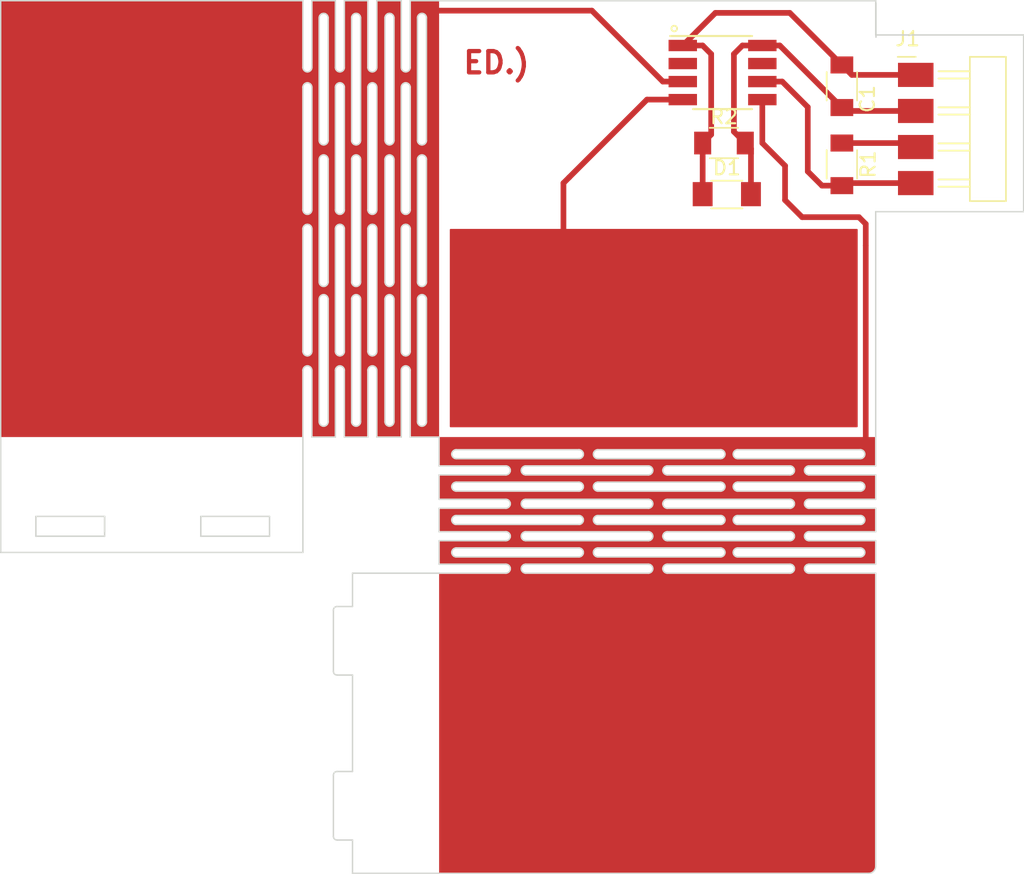
<source format=kicad_pcb>
(kicad_pcb (version 20240108) (generator "pcbnew") (generator_version "8.0")
  (layers (0 "F.Cu" signal) (31 "B.Cu" signal) (34 "B.Paste" user) (35 "F.Paste" user) (36 "B.SilkS" user "B.Silkscreen") (37 "F.SilkS" user "F.Silkscreen") (38 "B.Mask" user) (39 "F.Mask" user) (44 "Edge.Cuts" user))
  (net 0 "")
  (net 1 "VCC")
  (net 2 "GND")
  (net 3 "TX")
  (net 4 "RX")
  (net 5 "CAPY")
  (net 6 "CAPX")
  (net 7 "CAPZ")
  (footprint "fab:R_1206" (layer "F.Cu") (at 128.5 99.18)
    (property "Reference" "R2" (at 0 -1.85 0) (layer "F.SilkS"))
    (property "Value" "R_1206")
    (fp_line (start -1 -1.07) (end 1 -1.07) (stroke (width 0.12)) (layer "F.SilkS"))
    (fp_line (start 1 1.07) (end -1 1.07) (stroke (width 0.12)) (layer "F.SilkS"))
    (pad "1" smd rect (at -1.5 0) (size 1.2 1.6) (layers "F.Cu" "F.Paste" "F.Mask") (net 1 "VCC"))
    (pad "2" smd rect (at 1.5 0) (size 1.2 1.6) (layers "F.Cu" "F.Paste" "F.Mask") (net 2 "GND"))
  )
  (footprint "fab:SOIC-8_3.9x4.9mm_P1.27mm" (layer "F.Cu") (at 128.4 94.215)
    (property "Reference" "U1" (hide yes))
    (property "Value" "Microcontroller_ATtiny412_SSFR" (hide yes))
    (fp_line (start -3.69 -2.575) (end 2.075 -2.575) (stroke (width 0.15)) (layer "F.SilkS"))
    (fp_line (start -2.075 2.575) (end 2.075 2.575) (stroke (width 0.15)) (layer "F.SilkS"))
    (fp_circle (center -3.4 -3.1) (end -3.2 -3.1) (stroke (width 0.12)) (fill none) (layer "F.SilkS"))
    (pad "1" smd rect (at -2.8 -1.905) (size 2 0.8) (layers "F.Cu" "F.Paste" "F.Mask") (net 1 "VCC"))
    (pad "2" smd rect (at -2.8 -0.635) (size 2 0.8) (layers "F.Cu" "F.Paste" "F.Mask"))
    (pad "3" smd rect (at -2.8 0.635) (size 2 0.8) (layers "F.Cu" "F.Paste" "F.Mask") (net 6 "CAPX"))
    (pad "4" smd rect (at -2.8 1.905) (size 2 0.8) (layers "F.Cu" "F.Paste" "F.Mask") (net 5 "CAPY"))
    (pad "5" smd rect (at 2.8 1.905) (size 2 0.8) (layers "F.Cu" "F.Paste" "F.Mask") (net 7 "CAPZ"))
    (pad "6" smd rect (at 2.8 0.635) (size 2 0.8) (layers "F.Cu" "F.Paste" "F.Mask") (net 4 "RX"))
    (pad "7" smd rect (at 2.8 -0.635) (size 2 0.8) (layers "F.Cu" "F.Paste" "F.Mask"))
    (pad "8" smd rect (at 2.8 -1.905) (size 2 0.8) (layers "F.Cu" "F.Paste" "F.Mask") (net 2 "GND"))
  )
  (footprint "fab:PinHeader_01x04_P2.54mm_Horizontal_SMD" (layer "F.Cu") (at 142 94.38)
    (property "Reference" "J1" (at -1.524 -2.54 180) (layer "F.SilkS") (effects (justify left)))
    (property "Value" "PinHeader_01x04_P2.54mm_Horizontal_SMD" (hide yes))
    (fp_line (start -1.27 -1.27) (end 0 -1.27) (stroke (width 0.12)) (layer "F.SilkS"))
    (fp_line (start 3.81 -1.27) (end 6.35 -1.27) (stroke (width 0.12)) (layer "F.SilkS"))
    (fp_line (start 3.81 -0.254) (end 1.6 -0.254) (stroke (width 0.12)) (layer "F.SilkS"))
    (fp_line (start 3.81 0.254) (end 1.6 0.254) (stroke (width 0.12)) (layer "F.SilkS"))
    (fp_line (start 3.81 2.286) (end 1.6 2.286) (stroke (width 0.12)) (layer "F.SilkS"))
    (fp_line (start 3.81 2.794) (end 1.6 2.794) (stroke (width 0.12)) (layer "F.SilkS"))
    (fp_line (start 3.81 4.826) (end 1.6 4.826) (stroke (width 0.12)) (layer "F.SilkS"))
    (fp_line (start 3.81 5.334) (end 1.6 5.334) (stroke (width 0.12)) (layer "F.SilkS"))
    (fp_line (start 3.81 7.366) (end 1.6 7.366) (stroke (width 0.12)) (layer "F.SilkS"))
    (fp_line (start 3.81 7.874) (end 1.6 7.874) (stroke (width 0.12)) (layer "F.SilkS"))
    (fp_line (start 3.81 8.89) (end 3.81 -1.27) (stroke (width 0.12)) (layer "F.SilkS"))
    (fp_line (start 6.35 -1.27) (end 6.35 8.89) (stroke (width 0.12)) (layer "F.SilkS"))
    (fp_line (start 6.35 8.89) (end 3.81 8.89) (stroke (width 0.12)) (layer "F.SilkS"))
    (pad "1" smd rect (at 0 0) (size 2.5 1.7) (layers "F.Cu" "F.Paste" "F.Mask") (net 1 "VCC"))
    (pad "2" smd rect (at 0 2.54) (size 2.5 1.7) (layers "F.Cu" "F.Paste" "F.Mask") (net 2 "GND"))
    (pad "3" smd rect (at 0 5.08) (size 2.5 1.7) (layers "F.Cu" "F.Paste" "F.Mask") (net 3 "TX"))
    (pad "4" smd rect (at 0 7.62) (size 2.5 1.7) (layers "F.Cu" "F.Paste" "F.Mask") (net 4 "RX"))
  )
  (footprint "fab:LED_1206" (layer "F.Cu") (at 128.7 102.78)
    (property "Reference" "D1" (at 0 -1.85 0) (layer "F.SilkS"))
    (property "Value" "LED" (hide yes))
    (fp_line (start -1.1 -0.95) (end 1.1 -0.95) (stroke (width 0.12)) (layer "F.SilkS"))
    (fp_line (start -1.1 1) (end 1.1 1) (stroke (width 0.12)) (layer "F.SilkS"))
    (pad "1" smd rect (at -1.7 0) (size 1.4 1.7) (layers "F.Cu" "F.Paste" "F.Mask") (net 1 "VCC"))
    (pad "2" smd rect (at 1.7 0) (size 1.4 1.7) (layers "F.Cu" "F.Paste" "F.Mask") (net 2 "GND"))
  )
  (footprint "fab:R_1206" (layer "F.Cu") (at 136.8 100.68 -90)
    (property "Reference" "R1" (at 0 -1.85 90) (layer "F.SilkS"))
    (property "Value" "R_1206")
    (fp_line (start 1 1.07) (end -1 1.07) (stroke (width 0.12)) (layer "F.SilkS"))
    (fp_line (start -1 -1.07) (end 1 -1.07) (stroke (width 0.12)) (layer "F.SilkS"))
    (pad "1" smd rect (at -1.5 0 270) (size 1.2 1.6) (layers "F.Cu" "F.Paste" "F.Mask") (net 3 "TX"))
    (pad "2" smd rect (at 1.5 0 270) (size 1.2 1.6) (layers "F.Cu" "F.Paste" "F.Mask") (net 4 "RX"))
  )
  (footprint "fab:C_1206" (layer "F.Cu") (at 136.8 95.18 -90)
    (property "Reference" "C1" (at 0.9 -1.8 90) (layer "F.SilkS"))
    (property "Value" "C_1206")
    (fp_line (start 1 1.07) (end -1 1.07) (stroke (width 0.12)) (layer "F.SilkS"))
    (fp_line (start -1 -1.07) (end 1 -1.07) (stroke (width 0.12)) (layer "F.SilkS"))
    (pad "1" smd rect (at -1.5 0 270) (size 1.2 1.6) (layers "F.Cu" "F.Paste" "F.Mask") (net 1 "VCC"))
    (pad "2" smd rect (at 1.5 0 270) (size 1.2 1.6) (layers "F.Cu" "F.Paste" "F.Mask") (net 2 "GND"))
  )
  (gr_line (start 101.779011 89.154511) (end 103.430011 89.154511) (stroke (width 0.1)) (layer "Edge.Cuts"))
  (gr_arc (start 105.779511 105.220011) (mid 106.097011 104.902511) (end 106.414511 105.220011) (stroke (width 0.1)) (layer "Edge.Cuts"))
  (gr_line (start 119.622511 128.334011) (end 128.258511 128.334011) (stroke (width 0.1)) (layer "Edge.Cuts"))
  (gr_arc (start 109.653011 128.334011) (mid 109.335511 128.016511) (end 109.653011 127.699011) (stroke (width 0.1)) (layer "Edge.Cuts"))
  (gr_line (start 77.585511 89.154511) (end 98.858011 89.154511) (stroke (width 0.1)) (layer "Edge.Cuts"))
  (gr_line (start 101.144011 113.856011) (end 101.144011 105.220011) (stroke (width 0.1)) (layer "Edge.Cuts"))
  (gr_line (start 108.446511 126.556011) (end 113.145511 126.556011) (stroke (width 0.1)) (layer "Edge.Cuts"))
  (gr_line (start 98.858011 119.888511) (end 98.858011 115.189511) (stroke (width 0.1)) (layer "Edge.Cuts"))
  (gr_line (start 101.779011 113.856011) (end 101.779011 105.220011) (stroke (width 0.1)) (layer "Edge.Cuts"))
  (gr_line (start 99.493011 119.888511) (end 101.144011 119.888511) (stroke (width 0.1)) (layer "Edge.Cuts"))
  (gr_line (start 119.622511 126.048011) (end 128.258511 126.048011) (stroke (width 0.1)) (layer "Edge.Cuts"))
  (gr_line (start 139.180511 124.270011) (end 134.481511 124.270011) (stroke (width 0.1)) (layer "Edge.Cuts"))
  (gr_line (start 100.001011 100.330511) (end 100.001011 108.966511) (stroke (width 0.1)) (layer "Edge.Cuts"))
  (gr_arc (start 133.148011 128.842011) (mid 133.465489 129.1595) (end 133.148011 129.477011) (stroke (width 0.1)) (layer "Edge.Cuts"))
  (gr_line (start 101.144011 95.250511) (end 101.144011 103.886511) (stroke (width 0.1)) (layer "Edge.Cuts"))
  (gr_line (start 109.653011 123.063511) (end 118.289011 123.063511) (stroke (width 0.1)) (layer "Edge.Cuts"))
  (gr_line (start 106.414511 95.250511) (end 106.414511 103.886511) (stroke (width 0.1)) (layer "Edge.Cuts"))
  (gr_line (start 108.446511 121.920511) (end 113.145511 121.920511) (stroke (width 0.1)) (layer "Edge.Cuts"))
  (gr_line (start 101.779011 119.888511) (end 103.430011 119.888511) (stroke (width 0.1)) (layer "Edge.Cuts"))
  (gr_arc (start 138.101011 125.413011) (mid 138.418489 125.7305) (end 138.101011 126.048011) (stroke (width 0.1)) (layer "Edge.Cuts"))
  (gr_arc (start 103.430011 115.189511) (mid 103.747511 114.872011) (end 104.065011 115.189511) (stroke (width 0.1)) (layer "Edge.Cuts"))
  (gr_line (start 139.180511 126.556011) (end 134.481511 126.556011) (stroke (width 0.1)) (layer "Edge.Cuts"))
  (gr_line (start 129.465011 128.334011) (end 138.101011 128.334011) (stroke (width 0.1)) (layer "Edge.Cuts"))
  (gr_line (start 119.622511 120.777511) (end 128.258511 120.777511) (stroke (width 0.1)) (layer "Edge.Cuts"))
  (gr_line (start 139.180511 121.920511) (end 134.481511 121.920511) (stroke (width 0.1)) (layer "Edge.Cuts"))
  (gr_arc (start 124.512011 127.191011) (mid 124.194489 126.8735) (end 124.512011 126.556011) (stroke (width 0.1)) (layer "Edge.Cuts"))
  (gr_arc (start 102.287011 110.173011) (mid 102.604511 109.855511) (end 102.922011 110.173011) (stroke (width 0.1)) (layer "Edge.Cuts"))
  (gr_line (start 101.260812 143.447011) (end 102.350511 143.447011) (stroke (width 0.1)) (layer "Edge.Cuts"))
  (gr_line (start 109.653011 121.412511) (end 118.289011 121.412511) (stroke (width 0.1)) (layer "Edge.Cuts"))
  (gr_line (start 98.858011 89.154511) (end 98.858011 93.853511) (stroke (width 0.1)) (layer "Edge.Cuts"))
  (gr_arc (start 134.481511 124.905011) (mid 134.163989 124.5875) (end 134.481511 124.270011) (stroke (width 0.1)) (layer "Edge.Cuts"))
  (gr_arc (start 102.922011 98.997011) (mid 102.604511 99.314511) (end 102.287011 98.997011) (stroke (width 0.1)) (layer "Edge.Cuts"))
  (gr_arc (start 98.858011 95.250511) (mid 99.175511 94.933011) (end 99.493011 95.250511) (stroke (width 0.1)) (layer "Edge.Cuts"))
  (gr_line (start 107.557511 90.361011) (end 107.557511 98.997011) (stroke (width 0.1)) (layer "Edge.Cuts"))
  (gr_line (start 133.148011 122.555511) (end 124.512011 122.555511) (stroke (width 0.1)) (layer "Edge.Cuts"))
  (gr_line (start 119.622511 125.413011) (end 128.258511 125.413011) (stroke (width 0.1)) (layer "Edge.Cuts"))
  (gr_arc (start 114.542511 129.477011) (mid 114.225011 129.159511) (end 114.542511 128.842011) (stroke (width 0.1)) (layer "Edge.Cuts"))
  (gr_line (start 109.653011 126.048011) (end 118.289011 126.048011) (stroke (width 0.1)) (layer "Edge.Cuts"))
  (gr_arc (start 104.636511 110.173011) (mid 104.954011 109.855511) (end 105.271511 110.173011) (stroke (width 0.1)) (layer "Edge.Cuts"))
  (gr_arc (start 101.779011 113.856011) (mid 101.461511 114.173511) (end 101.144011 113.856011) (stroke (width 0.1)) (layer "Edge.Cuts"))
  (gr_arc (start 103.430011 95.250511) (mid 103.747511 94.933011) (end 104.065011 95.250511) (stroke (width 0.1)) (layer "Edge.Cuts"))
  (gr_line (start 104.065011 119.888511) (end 104.065011 115.189511) (stroke (width 0.1)) (layer "Edge.Cuts"))
  (gr_arc (start 105.271511 108.966511) (mid 104.954011 109.284011) (end 104.636511 108.966511) (stroke (width 0.1)) (layer "Edge.Cuts"))
  (gr_line (start 98.858011 113.856011) (end 98.858011 105.220011) (stroke (width 0.1)) (layer "Edge.Cuts"))
  (gr_line (start 106.414511 89.154511) (end 106.414511 93.853511) (stroke (width 0.1)) (layer "Edge.Cuts"))
  (gr_line (start 109.653011 123.698511) (end 118.289011 123.698511) (stroke (width 0.1)) (layer "Edge.Cuts"))
  (gr_line (start 108.446511 127.191011) (end 108.446511 128.842011) (stroke (width 0.1)) (layer "Edge.Cuts"))
  (gr_line (start 139.180511 124.905011) (end 134.481511 124.905011) (stroke (width 0.1)) (layer "Edge.Cuts"))
  (gr_arc (start 113.145511 124.270011) (mid 113.463011 124.587511) (end 113.145511 124.905011) (stroke (width 0.1)) (layer "Edge.Cuts"))
  (gr_line (start 129.465011 126.048011) (end 138.101011 126.048011) (stroke (width 0.1)) (layer "Edge.Cuts"))
  (gr_line (start 105.271511 90.361011) (end 105.271511 98.997011) (stroke (width 0.1)) (layer "Edge.Cuts"))
  (gr_arc (start 98.858011 105.220011) (mid 99.175511 104.902511) (end 99.493011 105.220011) (stroke (width 0.1)) (layer "Edge.Cuts"))
  (gr_arc (start 139.180511 150.114511) (mid 139.031718 150.473718) (end 138.672511 150.622511) (stroke (width 0.1)) (layer "Edge.Cuts"))
  (gr_line (start 99.493011 89.154511) (end 99.493011 93.853511) (stroke (width 0.1)) (layer "Edge.Cuts"))
  (gr_arc (start 98.858011 115.189511) (mid 99.175511 114.872011) (end 99.493011 115.189511) (stroke (width 0.1)) (layer "Edge.Cuts"))
  (gr_arc (start 123.178511 124.270011) (mid 123.495989 124.5875) (end 123.178511 124.905011) (stroke (width 0.1)) (layer "Edge.Cuts"))
  (gr_line (start 103.430011 95.250511) (end 103.430011 103.886511) (stroke (width 0.1)) (layer "Edge.Cuts"))
  (gr_arc (start 118.289011 125.413011) (mid 118.606509 125.73051) (end 118.289011 126.048011) (stroke (width 0.1)) (layer "Edge.Cuts"))
  (gr_line (start 114.542511 127.191011) (end 123.178511 127.191011) (stroke (width 0.1)) (layer "Edge.Cuts"))
  (gr_line (start 106.414511 119.888511) (end 106.414511 115.189511) (stroke (width 0.1)) (layer "Edge.Cuts"))
  (gr_arc (start 133.148011 121.920511) (mid 133.465489 122.238) (end 133.148011 122.555511) (stroke (width 0.1)) (layer "Edge.Cuts"))
  (gr_arc (start 105.779511 95.250511) (mid 106.097011 94.933011) (end 106.414511 95.250511) (stroke (width 0.1)) (layer "Edge.Cuts"))
  (gr_line (start 96.508511 126.873511) (end 91.672312 126.873511) (stroke (width 0.1)) (layer "Edge.Cuts"))
  (gr_line (start 119.622511 121.412511) (end 128.258511 121.412511) (stroke (width 0.1)) (layer "Edge.Cuts"))
  (gr_line (start 103.430011 119.888511) (end 103.430011 115.189511) (stroke (width 0.1)) (layer "Edge.Cuts"))
  (gr_line (start 104.065011 119.888511) (end 105.779511 119.888511) (stroke (width 0.1)) (layer "Edge.Cuts"))
  (gr_line (start 105.271511 110.173011) (end 105.271511 118.809011) (stroke (width 0.1)) (layer "Edge.Cuts"))
  (gr_arc (start 105.271511 98.997011) (mid 104.954011 99.314511) (end 104.636511 98.997011) (stroke (width 0.1)) (layer "Edge.Cuts"))
  (gr_line (start 106.414511 89.154511) (end 108.446511 89.154511) (stroke (width 0.1)) (layer "Edge.Cuts"))
  (gr_line (start 77.585511 89.154511) (end 77.585511 128.016511) (stroke (width 0.1)) (layer "Edge.Cuts"))
  (gr_line (start 139.180511 128.842011) (end 134.481511 128.842011) (stroke (width 0.1)) (layer "Edge.Cuts"))
  (gr_line (start 106.922511 90.361011) (end 106.922511 98.997011) (stroke (width 0.1)) (layer "Edge.Cuts"))
  (gr_arc (start 113.145511 126.556011) (mid 113.463011 126.873511) (end 113.145511 127.191011) (stroke (width 0.1)) (layer "Edge.Cuts"))
  (gr_line (start 84.89821 126.873511) (end 84.89821 125.476511) (stroke (width 0.1)) (layer "Edge.Cuts"))
  (gr_line (start 106.922511 100.330511) (end 106.922511 108.966511) (stroke (width 0.1)) (layer "Edge.Cuts"))
  (gr_line (start 104.065011 113.856011) (end 104.065011 105.220011) (stroke (width 0.1)) (layer "Edge.Cuts"))
  (gr_line (start 108.446511 127.191011) (end 113.145511 127.191011) (stroke (width 0.1)) (layer "Edge.Cuts"))
  (gr_line (start 149.594511 104.013511) (end 139.180511 104.013511) (stroke (width 0.1)) (layer "Edge.Cuts"))
  (gr_arc (start 99.493011 103.886511) (mid 99.175511 104.204011) (end 98.858011 103.886511) (stroke (width 0.1)) (layer "Edge.Cuts"))
  (gr_line (start 104.065011 95.250511) (end 104.065011 103.886511) (stroke (width 0.1)) (layer "Edge.Cuts"))
  (gr_line (start 129.465011 121.412511) (end 138.101011 121.412511) (stroke (width 0.1)) (layer "Edge.Cuts"))
  (gr_line (start 102.350511 143.447011) (end 102.350511 136.652511) (stroke (width 0.1)) (layer "Edge.Cuts"))
  (gr_arc (start 101.144011 105.220011) (mid 101.461511 104.902511) (end 101.779011 105.220011) (stroke (width 0.1)) (layer "Edge.Cuts"))
  (gr_arc (start 106.414511 103.886511) (mid 106.097011 104.204011) (end 105.779511 103.886511) (stroke (width 0.1)) (layer "Edge.Cuts"))
  (gr_line (start 102.350511 129.477011) (end 102.350511 131.826511) (stroke (width 0.1)) (layer "Edge.Cuts"))
  (gr_arc (start 133.148011 124.270011) (mid 133.465489 124.5875) (end 133.148011 124.905011) (stroke (width 0.1)) (layer "Edge.Cuts"))
  (gr_arc (start 106.414511 113.856011) (mid 106.097011 114.173511) (end 105.779511 113.856011) (stroke (width 0.1)) (layer "Edge.Cuts"))
  (gr_line (start 103.430011 89.154511) (end 103.430011 93.853511) (stroke (width 0.1)) (layer "Edge.Cuts"))
  (gr_arc (start 103.430011 105.220011) (mid 103.747511 104.902511) (end 104.065011 105.220011) (stroke (width 0.1)) (layer "Edge.Cuts"))
  (gr_line (start 105.779511 119.888511) (end 105.779511 115.189511) (stroke (width 0.1)) (layer "Edge.Cuts"))
  (gr_arc (start 101.006812 132.080511) (mid 101.080526 131.900225) (end 101.260812 131.826511) (stroke (width 0.1)) (layer "Edge.Cuts"))
  (gr_line (start 114.542511 121.920511) (end 123.178511 121.920511) (stroke (width 0.1)) (layer "Edge.Cuts"))
  (gr_line (start 100.001011 90.361011) (end 100.001011 98.997011) (stroke (width 0.1)) (layer "Edge.Cuts"))
  (gr_arc (start 106.922511 100.330511) (mid 107.240011 100.013011) (end 107.557511 100.330511) (stroke (width 0.1)) (layer "Edge.Cuts"))
  (gr_line (start 133.148011 129.477011) (end 124.512011 129.477011) (stroke (width 0.1)) (layer "Edge.Cuts"))
  (gr_arc (start 119.622511 121.412511) (mid 119.305009 121.09501) (end 119.622511 120.777511) (stroke (width 0.1)) (layer "Edge.Cuts"))
  (gr_line (start 133.148011 126.556011) (end 124.512011 126.556011) (stroke (width 0.1)) (layer "Edge.Cuts"))
  (gr_line (start 139.180511 127.191011) (end 134.481511 127.191011) (stroke (width 0.1)) (layer "Edge.Cuts"))
  (gr_line (start 108.446511 122.555511) (end 108.446511 124.270011) (stroke (width 0.1)) (layer "Edge.Cuts"))
  (gr_line (start 100.636011 110.173011) (end 100.636011 118.809011) (stroke (width 0.1)) (layer "Edge.Cuts"))
  (gr_line (start 139.180511 127.191011) (end 139.180511 128.842011) (stroke (width 0.1)) (layer "Edge.Cuts"))
  (gr_arc (start 113.145511 121.920511) (mid 113.463011 122.238011) (end 113.145511 122.555511) (stroke (width 0.1)) (layer "Edge.Cuts"))
  (gr_line (start 100.001011 110.173011) (end 100.001011 118.809011) (stroke (width 0.1)) (layer "Edge.Cuts"))
  (gr_arc (start 101.260812 136.652511) (mid 101.080525 136.578798) (end 101.006812 136.398511) (stroke (width 0.1)) (layer "Edge.Cuts"))
  (gr_line (start 139.180511 89.154511) (end 108.446511 89.154511) (stroke (width 0.1)) (layer "Edge.Cuts"))
  (gr_arc (start 109.653011 126.048011) (mid 109.335511 125.730511) (end 109.653011 125.413011) (stroke (width 0.1)) (layer "Edge.Cuts"))
  (gr_arc (start 129.465011 121.412511) (mid 129.147489 121.095) (end 129.465011 120.777511) (stroke (width 0.1)) (layer "Edge.Cuts"))
  (gr_line (start 80.062011 126.873511) (end 80.062011 125.476511) (stroke (width 0.1)) (layer "Edge.Cuts"))
  (gr_arc (start 118.289011 120.777511) (mid 118.606509 121.09501) (end 118.289011 121.412511) (stroke (width 0.1)) (layer "Edge.Cuts"))
  (gr_arc (start 104.065011 113.856011) (mid 103.747511 114.173511) (end 103.430011 113.856011) (stroke (width 0.1)) (layer "Edge.Cuts"))
  (gr_line (start 99.493011 119.888511) (end 99.493011 115.189511) (stroke (width 0.1)) (layer "Edge.Cuts"))
  (gr_line (start 119.622511 123.063511) (end 128.258511 123.063511) (stroke (width 0.1)) (layer "Edge.Cuts"))
  (gr_arc (start 114.542511 122.555511) (mid 114.225011 122.238011) (end 114.542511 121.920511) (stroke (width 0.1)) (layer "Edge.Cuts"))
  (gr_line (start 105.271511 100.330511) (end 105.271511 108.966511) (stroke (width 0.1)) (layer "Edge.Cuts"))
  (gr_arc (start 138.101011 120.777511) (mid 138.418489 121.095) (end 138.101011 121.412511) (stroke (width 0.1)) (layer "Edge.Cuts"))
  (gr_arc (start 133.148011 126.556011) (mid 133.465489 126.8735) (end 133.148011 127.191011) (stroke (width 0.1)) (layer "Edge.Cuts"))
  (gr_arc (start 104.065011 93.853511) (mid 103.747511 94.171011) (end 103.430011 93.853511) (stroke (width 0.1)) (layer "Edge.Cuts"))
  (gr_arc (start 128.258511 127.699011) (mid 128.575989 128.0165) (end 128.258511 128.334011) (stroke (width 0.1)) (layer "Edge.Cuts"))
  (gr_line (start 102.350511 150.622511) (end 138.672511 150.622511) (stroke (width 0.1)) (layer "Edge.Cuts"))
  (gr_line (start 105.779511 95.250511) (end 105.779511 103.886511) (stroke (width 0.1)) (layer "Edge.Cuts"))
  (gr_line (start 114.542511 124.905011) (end 123.178511 124.905011) (stroke (width 0.1)) (layer "Edge.Cuts"))
  (gr_line (start 108.446511 124.905011) (end 108.446511 126.556011) (stroke (width 0.1)) (layer "Edge.Cuts"))
  (gr_line (start 109.653011 127.699011) (end 118.289011 127.699011) (stroke (width 0.1)) (layer "Edge.Cuts"))
  (gr_line (start 139.180511 91.567511) (end 139.180511 89.154511) (stroke (width 0.1)) (layer "Edge.Cuts"))
  (gr_line (start 108.446511 119.888511) (end 108.446511 121.920511) (stroke (width 0.1)) (layer "Edge.Cuts"))
  (gr_arc (start 128.258511 123.063511) (mid 128.575989 123.381) (end 128.258511 123.698511) (stroke (width 0.1)) (layer "Edge.Cuts"))
  (gr_arc (start 119.622511 123.698511) (mid 119.305009 123.38101) (end 119.622511 123.063511) (stroke (width 0.1)) (layer "Edge.Cuts"))
  (gr_line (start 102.350511 148.273011) (end 102.350511 150.622511) (stroke (width 0.1)) (layer "Edge.Cuts"))
  (gr_line (start 133.148011 124.270011) (end 124.512011 124.270011) (stroke (width 0.1)) (layer "Edge.Cuts"))
  (gr_line (start 129.465011 125.413011) (end 138.101011 125.413011) (stroke (width 0.1)) (layer "Edge.Cuts"))
  (gr_line (start 139.180511 122.555511) (end 134.481511 122.555511) (stroke (width 0.1)) (layer "Edge.Cuts"))
  (gr_line (start 139.180511 124.905011) (end 139.180511 126.556011) (stroke (width 0.1)) (layer "Edge.Cuts"))
  (gr_arc (start 100.636011 98.997011) (mid 100.318511 99.314511) (end 100.001011 98.997011) (stroke (width 0.1)) (layer "Edge.Cuts"))
  (gr_line (start 139.180511 129.477011) (end 134.481511 129.477011) (stroke (width 0.1)) (layer "Edge.Cuts"))
  (gr_line (start 107.557511 100.330511) (end 107.557511 108.966511) (stroke (width 0.1)) (layer "Edge.Cuts"))
  (gr_line (start 102.287011 90.361011) (end 102.287011 98.997011) (stroke (width 0.1)) (layer "Edge.Cuts"))
  (gr_arc (start 119.622511 126.048011) (mid 119.305009 125.73051) (end 119.622511 125.413011) (stroke (width 0.1)) (layer "Edge.Cuts"))
  (gr_line (start 119.622511 123.698511) (end 128.258511 123.698511) (stroke (width 0.1)) (layer "Edge.Cuts"))
  (gr_line (start 104.636511 110.173011) (end 104.636511 118.809011) (stroke (width 0.1)) (layer "Edge.Cuts"))
  (gr_arc (start 100.001011 90.361011) (mid 100.318511 90.043511) (end 100.636011 90.361011) (stroke (width 0.1)) (layer "Edge.Cuts"))
  (gr_arc (start 101.144011 115.189511) (mid 101.461511 114.872011) (end 101.779011 115.189511) (stroke (width 0.1)) (layer "Edge.Cuts"))
  (gr_line (start 98.858011 119.888511) (end 98.858011 128.016511) (stroke (width 0.1)) (layer "Edge.Cuts"))
  (gr_line (start 101.006812 136.398511) (end 101.006812 132.080511) (stroke (width 0.1)) (layer "Edge.Cuts"))
  (gr_arc (start 123.178511 121.920511) (mid 123.495989 122.238) (end 123.178511 122.555511) (stroke (width 0.1)) (layer "Edge.Cuts"))
  (gr_arc (start 134.481511 129.477011) (mid 134.163989 129.1595) (end 134.481511 128.842011) (stroke (width 0.1)) (layer "Edge.Cuts"))
  (gr_arc (start 102.922011 118.809011) (mid 102.604511 119.126511) (end 102.287011 118.809011) (stroke (width 0.1)) (layer "Edge.Cuts"))
  (gr_line (start 101.260812 131.826511) (end 102.350511 131.826511) (stroke (width 0.1)) (layer "Edge.Cuts"))
  (gr_line (start 102.922011 90.361011) (end 102.922011 98.997011) (stroke (width 0.1)) (layer "Edge.Cuts"))
  (gr_arc (start 118.289011 127.699011) (mid 118.606509 128.01651) (end 118.289011 128.334011) (stroke (width 0.1)) (layer "Edge.Cuts"))
  (gr_arc (start 101.779011 93.853511) (mid 101.461511 94.171011) (end 101.144011 93.853511) (stroke (width 0.1)) (layer "Edge.Cuts"))
  (gr_line (start 102.922011 100.330511) (end 102.922011 108.966511) (stroke (width 0.1)) (layer "Edge.Cuts"))
  (gr_line (start 106.414511 119.888511) (end 108.446511 119.888511) (stroke (width 0.1)) (layer "Edge.Cuts"))
  (gr_arc (start 124.512011 129.477011) (mid 124.194489 129.1595) (end 124.512011 128.842011) (stroke (width 0.1)) (layer "Edge.Cuts"))
  (gr_arc (start 106.414511 93.853511) (mid 106.097011 94.171011) (end 105.779511 93.853511) (stroke (width 0.1)) (layer "Edge.Cuts"))
  (gr_arc (start 123.178511 128.842011) (mid 123.495989 129.1595) (end 123.178511 129.477011) (stroke (width 0.1)) (layer "Edge.Cuts"))
  (gr_arc (start 106.922511 110.173011) (mid 107.240011 109.855511) (end 107.557511 110.173011) (stroke (width 0.1)) (layer "Edge.Cuts"))
  (gr_arc (start 124.512011 124.905011) (mid 124.194489 124.5875) (end 124.512011 124.270011) (stroke (width 0.1)) (layer "Edge.Cuts"))
  (gr_line (start 133.148011 127.191011) (end 124.512011 127.191011) (stroke (width 0.1)) (layer "Edge.Cuts"))
  (gr_arc (start 107.557511 108.966511) (mid 107.240011 109.284011) (end 106.922511 108.966511) (stroke (width 0.1)) (layer "Edge.Cuts"))
  (gr_line (start 107.557511 110.173011) (end 107.557511 118.809011) (stroke (width 0.1)) (layer "Edge.Cuts"))
  (gr_arc (start 102.287011 100.330511) (mid 102.604511 100.013011) (end 102.922011 100.330511) (stroke (width 0.1)) (layer "Edge.Cuts"))
  (gr_arc (start 106.922511 90.361011) (mid 107.240011 90.043511) (end 107.557511 90.361011) (stroke (width 0.1)) (layer "Edge.Cuts"))
  (gr_line (start 133.148011 121.920511) (end 124.512011 121.920511) (stroke (width 0.1)) (layer "Edge.Cuts"))
  (gr_arc (start 114.542511 124.905011) (mid 114.225011 124.587511) (end 114.542511 124.270011) (stroke (width 0.1)) (layer "Edge.Cuts"))
  (gr_arc (start 100.636011 108.966511) (mid 100.318511 109.284011) (end 100.001011 108.966511) (stroke (width 0.1)) (layer "Edge.Cuts"))
  (gr_arc (start 109.653011 121.412511) (mid 109.335511 121.095011) (end 109.653011 120.777511) (stroke (width 0.1)) (layer "Edge.Cuts"))
  (gr_line (start 101.144011 89.154511) (end 101.144011 93.853511) (stroke (width 0.1)) (layer "Edge.Cuts"))
  (gr_line (start 114.542511 126.556011) (end 123.178511 126.556011) (stroke (width 0.1)) (layer "Edge.Cuts"))
  (gr_line (start 105.779511 113.856011) (end 105.779511 105.220011) (stroke (width 0.1)) (layer "Edge.Cuts"))
  (gr_line (start 114.542511 129.477011) (end 123.178511 129.477011) (stroke (width 0.1)) (layer "Edge.Cuts"))
  (gr_line (start 108.446511 122.555511) (end 113.145511 122.555511) (stroke (width 0.1)) (layer "Edge.Cuts"))
  (gr_arc (start 104.065011 103.886511) (mid 103.747511 104.204011) (end 103.430011 103.886511) (stroke (width 0.1)) (layer "Edge.Cuts"))
  (gr_line (start 129.465011 120.777511) (end 138.101011 120.777511) (stroke (width 0.1)) (layer "Edge.Cuts"))
  (gr_arc (start 102.287011 90.361011) (mid 102.604511 90.043511) (end 102.922011 90.361011) (stroke (width 0.1)) (layer "Edge.Cuts"))
  (gr_arc (start 119.622511 128.334011) (mid 119.305009 128.01651) (end 119.622511 127.699011) (stroke (width 0.1)) (layer "Edge.Cuts"))
  (gr_line (start 104.065011 89.154511) (end 105.779511 89.154511) (stroke (width 0.1)) (layer "Edge.Cuts"))
  (gr_line (start 133.148011 124.905011) (end 124.512011 124.905011) (stroke (width 0.1)) (layer "Edge.Cuts"))
  (gr_arc (start 100.001011 100.330511) (mid 100.318511 100.013011) (end 100.636011 100.330511) (stroke (width 0.1)) (layer "Edge.Cuts"))
  (gr_line (start 114.542511 122.555511) (end 123.178511 122.555511) (stroke (width 0.1)) (layer "Edge.Cuts"))
  (gr_line (start 139.180511 122.555511) (end 139.180511 124.270011) (stroke (width 0.1)) (layer "Edge.Cuts"))
  (gr_arc (start 102.922011 108.966511) (mid 102.604511 109.284011) (end 102.287011 108.966511) (stroke (width 0.1)) (layer "Edge.Cuts"))
  (gr_arc (start 138.101011 123.063511) (mid 138.418489 123.381) (end 138.101011 123.698511) (stroke (width 0.1)) (layer "Edge.Cuts"))
  (gr_arc (start 107.557511 118.809011) (mid 107.240011 119.126511) (end 106.922511 118.809011) (stroke (width 0.1)) (layer "Edge.Cuts"))
  (gr_arc (start 138.101011 127.699011) (mid 138.418489 128.0165) (end 138.101011 128.334011) (stroke (width 0.1)) (layer "Edge.Cuts"))
  (gr_line (start 104.065011 89.154511) (end 104.065011 93.853511) (stroke (width 0.1)) (layer "Edge.Cuts"))
  (gr_line (start 103.430011 113.856011) (end 103.430011 105.220011) (stroke (width 0.1)) (layer "Edge.Cuts"))
  (gr_line (start 101.779011 89.154511) (end 101.779011 93.853511) (stroke (width 0.1)) (layer "Edge.Cuts"))
  (gr_arc (start 100.636011 118.809011) (mid 100.318511 119.126511) (end 100.001011 118.809011) (stroke (width 0.1)) (layer "Edge.Cuts"))
  (gr_line (start 100.636011 100.330511) (end 100.636011 108.966511) (stroke (width 0.1)) (layer "Edge.Cuts"))
  (gr_line (start 129.465011 123.063511) (end 138.101011 123.063511) (stroke (width 0.1)) (layer "Edge.Cuts"))
  (gr_line (start 109.653011 120.777511) (end 118.289011 120.777511) (stroke (width 0.1)) (layer "Edge.Cuts"))
  (gr_line (start 119.622511 127.699011) (end 128.258511 127.699011) (stroke (width 0.1)) (layer "Edge.Cuts"))
  (gr_line (start 104.636511 90.361011) (end 104.636511 98.997011) (stroke (width 0.1)) (layer "Edge.Cuts"))
  (gr_arc (start 134.481511 122.555511) (mid 134.163989 122.238) (end 134.481511 121.920511) (stroke (width 0.1)) (layer "Edge.Cuts"))
  (gr_line (start 104.636511 100.330511) (end 104.636511 108.966511) (stroke (width 0.1)) (layer "Edge.Cuts"))
  (gr_line (start 139.2 91.725) (end 139.2 89.312) (stroke (width 0.1)) (layer "Edge.Cuts"))
  (gr_arc (start 105.779511 115.189511) (mid 106.097011 114.872011) (end 106.414511 115.189511) (stroke (width 0.1)) (layer "Edge.Cuts"))
  (gr_arc (start 104.636511 90.361011) (mid 104.954011 90.043511) (end 105.271511 90.361011) (stroke (width 0.1)) (layer "Edge.Cuts"))
  (gr_line (start 101.144011 119.888511) (end 101.144011 115.189511) (stroke (width 0.1)) (layer "Edge.Cuts"))
  (gr_line (start 139.180511 119.888511) (end 139.180511 121.920511) (stroke (width 0.1)) (layer "Edge.Cuts"))
  (gr_line (start 129.465011 127.699011) (end 138.101011 127.699011) (stroke (width 0.1)) (layer "Edge.Cuts"))
  (gr_line (start 102.922011 110.173011) (end 102.922011 118.809011) (stroke (width 0.1)) (layer "Edge.Cuts"))
  (gr_line (start 139.180511 104.013511) (end 139.180511 119.888511) (stroke (width 0.1)) (layer "Edge.Cuts"))
  (gr_line (start 99.493011 113.856011) (end 99.493011 105.220011) (stroke (width 0.1)) (layer "Edge.Cuts"))
  (gr_line (start 101.779011 95.250511) (end 101.779011 103.886511) (stroke (width 0.1)) (layer "Edge.Cuts"))
  (gr_arc (start 104.636511 100.330511) (mid 104.954011 100.013011) (end 105.271511 100.330511) (stroke (width 0.1)) (layer "Edge.Cuts"))
  (gr_arc (start 100.001011 110.173011) (mid 100.318511 109.855511) (end 100.636011 110.173011) (stroke (width 0.1)) (layer "Edge.Cuts"))
  (gr_line (start 109.653011 128.334011) (end 118.289011 128.334011) (stroke (width 0.1)) (layer "Edge.Cuts"))
  (gr_line (start 102.350511 136.652511) (end 101.260812 136.652511) (stroke (width 0.1)) (layer "Edge.Cuts"))
  (gr_arc (start 101.779011 103.886511) (mid 101.461511 104.204011) (end 101.144011 103.886511) (stroke (width 0.1)) (layer "Edge.Cuts"))
  (gr_arc (start 128.258511 120.777511) (mid 128.575989 121.095) (end 128.258511 121.412511) (stroke (width 0.1)) (layer "Edge.Cuts"))
  (gr_line (start 101.006812 148.019011) (end 101.006812 143.701011) (stroke (width 0.1)) (layer "Edge.Cuts"))
  (gr_line (start 98.858011 128.016511) (end 77.585511 128.016511) (stroke (width 0.1)) (layer "Edge.Cuts"))
  (gr_line (start 99.493011 89.154511) (end 101.144011 89.154511) (stroke (width 0.1)) (layer "Edge.Cuts"))
  (gr_arc (start 99.493011 113.856011) (mid 99.175511 114.173511) (end 98.858011 113.856011) (stroke (width 0.1)) (layer "Edge.Cuts"))
  (gr_line (start 99.493011 95.250511) (end 99.493011 103.886511) (stroke (width 0.1)) (layer "Edge.Cuts"))
  (gr_line (start 101.779011 119.888511) (end 101.779011 115.189511) (stroke (width 0.1)) (layer "Edge.Cuts"))
  (gr_line (start 96.508511 125.476511) (end 91.672312 125.476511) (stroke (width 0.1)) (layer "Edge.Cuts"))
  (gr_arc (start 129.465011 123.698511) (mid 129.147489 123.381) (end 129.465011 123.063511) (stroke (width 0.1)) (layer "Edge.Cuts"))
  (gr_arc (start 124.512011 122.555511) (mid 124.194489 122.238) (end 124.512011 121.920511) (stroke (width 0.1)) (layer "Edge.Cuts"))
  (gr_line (start 105.779511 89.154511) (end 105.779511 93.853511) (stroke (width 0.1)) (layer "Edge.Cuts"))
  (gr_line (start 102.350511 129.477011) (end 108.446511 129.477011) (stroke (width 0.1)) (layer "Edge.Cuts"))
  (gr_arc (start 118.289011 123.063511) (mid 118.606509 123.38101) (end 118.289011 123.698511) (stroke (width 0.1)) (layer "Edge.Cuts"))
  (gr_arc (start 129.465011 128.334011) (mid 129.147489 128.0165) (end 129.465011 127.699011) (stroke (width 0.1)) (layer "Edge.Cuts"))
  (gr_arc (start 109.653011 123.698511) (mid 109.335511 123.381011) (end 109.653011 123.063511) (stroke (width 0.1)) (layer "Edge.Cuts"))
  (gr_line (start 133.148011 128.842011) (end 124.512011 128.842011) (stroke (width 0.1)) (layer "Edge.Cuts"))
  (gr_arc (start 128.258511 125.413011) (mid 128.575989 125.7305) (end 128.258511 126.048011) (stroke (width 0.1)) (layer "Edge.Cuts"))
  (gr_arc (start 99.493011 93.853511) (mid 99.175511 94.171011) (end 98.858011 93.853511) (stroke (width 0.1)) (layer "Edge.Cuts"))
  (gr_line (start 84.89821 126.873511) (end 80.062011 126.873511) (stroke (width 0.1)) (layer "Edge.Cuts"))
  (gr_line (start 108.446511 124.905011) (end 113.145511 124.905011) (stroke (width 0.1)) (layer "Edge.Cuts"))
  (gr_line (start 149.594511 104.013511) (end 149.594511 91.567511) (stroke (width 0.1)) (layer "Edge.Cuts"))
  (gr_arc (start 101.260812 148.273011) (mid 101.080525 148.199298) (end 101.006812 148.019011) (stroke (width 0.1)) (layer "Edge.Cuts"))
  (gr_line (start 84.89821 125.476511) (end 84.89821 126.56621) (stroke (width 0.1)) (layer "Edge.Cuts"))
  (gr_line (start 96.508511 126.873511) (end 96.508511 125.476511) (stroke (width 0.1)) (layer "Edge.Cuts"))
  (gr_line (start 98.858011 95.250511) (end 98.858011 103.886511) (stroke (width 0.1)) (layer "Edge.Cuts"))
  (gr_line (start 102.287011 110.173011) (end 102.287011 118.809011) (stroke (width 0.1)) (layer "Edge.Cuts"))
  (gr_arc (start 107.557511 98.997011) (mid 107.240011 99.314511) (end 106.922511 98.997011) (stroke (width 0.1)) (layer "Edge.Cuts"))
  (gr_arc (start 134.481511 127.191011) (mid 134.163989 126.8735) (end 134.481511 126.556011) (stroke (width 0.1)) (layer "Edge.Cuts"))
  (gr_line (start 102.350511 148.273011) (end 101.260812 148.273011) (stroke (width 0.1)) (layer "Edge.Cuts"))
  (gr_arc (start 101.006812 143.701011) (mid 101.080526 143.520725) (end 101.260812 143.447011) (stroke (width 0.1)) (layer "Edge.Cuts"))
  (gr_line (start 108.446511 124.270011) (end 113.145511 124.270011) (stroke (width 0.1)) (layer "Edge.Cuts"))
  (gr_line (start 106.414511 113.856011) (end 106.414511 105.220011) (stroke (width 0.1)) (layer "Edge.Cuts"))
  (gr_line (start 84.89821 125.476511) (end 80.062011 125.476511) (stroke (width 0.1)) (layer "Edge.Cuts"))
  (gr_arc (start 101.144011 95.250511) (mid 101.461511 94.933011) (end 101.779011 95.250511) (stroke (width 0.1)) (layer "Edge.Cuts"))
  (gr_line (start 109.653011 125.413011) (end 118.289011 125.413011) (stroke (width 0.1)) (layer "Edge.Cuts"))
  (gr_arc (start 129.465011 126.048011) (mid 129.147489 125.7305) (end 129.465011 125.413011) (stroke (width 0.1)) (layer "Edge.Cuts"))
  (gr_line (start 108.446511 129.477011) (end 113.145511 129.477011) (stroke (width 0.1)) (layer "Edge.Cuts"))
  (gr_arc (start 114.542511 127.191011) (mid 114.225011 126.873511) (end 114.542511 126.556011) (stroke (width 0.1)) (layer "Edge.Cuts"))
  (gr_line (start 102.287011 100.330511) (end 102.287011 108.966511) (stroke (width 0.1)) (layer "Edge.Cuts"))
  (gr_line (start 114.542511 128.842011) (end 123.178511 128.842011) (stroke (width 0.1)) (layer "Edge.Cuts"))
  (gr_arc (start 105.271511 118.809011) (mid 104.954011 119.126511) (end 104.636511 118.809011) (stroke (width 0.1)) (layer "Edge.Cuts"))
  (gr_line (start 129.465011 123.698511) (end 138.101011 123.698511) (stroke (width 0.1)) (layer "Edge.Cuts"))
  (gr_line (start 91.672312 126.873511) (end 91.672312 125.476511) (stroke (width 0.1)) (layer "Edge.Cuts"))
  (gr_line (start 108.446511 128.842011) (end 113.145511 128.842011) (stroke (width 0.1)) (layer "Edge.Cuts"))
  (gr_line (start 106.922511 110.173011) (end 106.922511 118.809011) (stroke (width 0.1)) (layer "Edge.Cuts"))
  (gr_line (start 139.180511 150.114511) (end 139.180511 129.477011) (stroke (width 0.1)) (layer "Edge.Cuts"))
  (gr_line (start 100.636011 90.361011) (end 100.636011 98.997011) (stroke (width 0.1)) (layer "Edge.Cuts"))
  (gr_line (start 114.542511 124.270011) (end 123.178511 124.270011) (stroke (width 0.1)) (layer "Edge.Cuts"))
  (gr_arc (start 123.178511 126.556011) (mid 123.495989 126.8735) (end 123.178511 127.191011) (stroke (width 0.1)) (layer "Edge.Cuts"))
  (gr_arc (start 113.145511 128.842011) (mid 113.463011 129.159511) (end 113.145511 129.477011) (stroke (width 0.1)) (layer "Edge.Cuts"))
  (gr_line (start 139.180511 91.567511) (end 149.594511 91.567511) (stroke (width 0.1)) (layer "Edge.Cuts"))
  (gr_text "ED.)\n" (at 110 94.4 0) (layer "F.Cu") (effects (font (size 1.5 1.5) (thickness 0.3) (bold yes)) (justify left bottom)))
  (segment (start 136.8 93.68) (end 133.132 90.012) (width 0.4) (layer "F.Cu") (net 1))
  (segment (start 137.5 94.38) (end 136.8 93.68) (width 0.4) (layer "F.Cu") (net 1))
  (segment (start 127 102.78) (end 127 99.18) (width 0.4) (layer "F.Cu") (net 1))
  (segment (start 127.898 90.012) (end 125.6 92.31) (width 0.4) (layer "F.Cu") (net 1))
  (segment (start 127.6 98.58) (end 127.6 92.91) (width 0.4) (layer "F.Cu") (net 1))
  (segment (start 133.132 90.012) (end 127.898 90.012) (width 0.4) (layer "F.Cu") (net 1))
  (segment (start 127.6 92.91) (end 127 92.31) (width 0.4) (layer "F.Cu") (net 1))
  (segment (start 127 99.18) (end 127.6 98.58) (width 0.4) (layer "F.Cu") (net 1))
  (segment (start 142 94.38) (end 137.5 94.38) (width 0.4) (layer "F.Cu") (net 1))
  (segment (start 127 92.31) (end 125.6 92.31) (width 0.4) (layer "F.Cu") (net 1))
  (segment (start 136.8 96.68) (end 132.43 92.31) (width 0.4) (layer "F.Cu") (net 2))
  (segment (start 137.04 96.92) (end 136.8 96.68) (width 0.4) (layer "F.Cu") (net 2))
  (segment (start 130.4 102.78) (end 130.4 99.58) (width 0.4) (layer "F.Cu") (net 2))
  (segment (start 130.4 99.58) (end 130 99.18) (width 0.4) (layer "F.Cu") (net 2))
  (segment (start 142 96.92) (end 137.04 96.92) (width 0.4) (layer "F.Cu") (net 2))
  (segment (start 129.2 98.38) (end 129.2 92.91) (width 0.4) (layer "F.Cu") (net 2))
  (segment (start 129.2 92.91) (end 129.8 92.31) (width 0.4) (layer "F.Cu") (net 2))
  (segment (start 141.46 96.38) (end 142 96.92) (width 0.4) (layer "F.Cu") (net 2))
  (segment (start 129.8 92.31) (end 131.2 92.31) (width 0.4) (layer "F.Cu") (net 2))
  (segment (start 130 99.18) (end 129.2 98.38) (width 0.4) (layer "F.Cu") (net 2))
  (segment (start 132.43 92.31) (end 131.2 92.31) (width 0.4) (layer "F.Cu") (net 2))
  (segment (start 141.72 99.18) (end 142 99.46) (width 0.4) (layer "F.Cu") (net 3))
  (segment (start 136.8 99.18) (end 141.72 99.18) (width 0.4) (layer "F.Cu") (net 3))
  (segment (start 135.4 102.18) (end 136.8 102.18) (width 0.4) (layer "F.Cu") (net 4))
  (segment (start 134.4 101.18) (end 135.4 102.18) (width 0.4) (layer "F.Cu") (net 4))
  (segment (start 142 102) (end 136.98 102) (width 0.4) (layer "F.Cu") (net 4))
  (segment (start 131.2 94.85) (end 132.6 94.85) (width 0.4) (layer "F.Cu") (net 4))
  (segment (start 136.98 102) (end 136.8 102.18) (width 0.4) (layer "F.Cu") (net 4))
  (segment (start 134.4 96.65) (end 134.4 101.18) (width 0.4) (layer "F.Cu") (net 4))
  (segment (start 132.6 94.85) (end 134.4 96.65) (width 0.4) (layer "F.Cu") (net 4))
  (segment (start 117.2 102) (end 117.2 108) (width 0.4) (layer "F.Cu") (net 5))
  (segment (start 123.08 96.12) (end 117.6 101.6) (width 0.4) (layer "F.Cu") (net 5))
  (segment (start 117.6 101.6) (end 117.2 102) (width 0.4) (layer "F.Cu") (net 5))
  (segment (start 125.6 96.12) (end 123.08 96.12) (width 0.4) (layer "F.Cu") (net 5))
  (segment (start 125.6 94.85) (end 124.2 94.85) (width 0.4) (layer "F.Cu") (net 6))
  (segment (start 119.204511 89.854511) (end 108.156562 89.854511) (width 0.4) (layer "F.Cu") (net 6))
  (segment (start 124.2 94.85) (end 119.204511 89.854511) (width 0.4) (layer "F.Cu") (net 6))
  (segment (start 134 104.4) (end 138 104.4) (width 0.4) (layer "F.Cu") (net 7))
  (segment (start 138.480511 104.880511) (end 138.480511 106.4) (width 0.4) (layer "F.Cu") (net 7))
  (segment (start 131.2 99.18) (end 132.8 100.78) (width 0.4) (layer "F.Cu") (net 7))
  (segment (start 132.8 103.2) (end 134 104.4) (width 0.4) (layer "F.Cu") (net 7))
  (segment (start 138.480511 106.4) (end 138.480511 120.147587) (width 0.4) (layer "F.Cu") (net 7))
  (segment (start 131.2 96.12) (end 131.2 99.18) (width 0.4) (layer "F.Cu") (net 7))
  (segment (start 138 104.4) (end 138.480511 104.880511) (width 0.4) (layer "F.Cu") (net 7))
  (segment (start 132.8 100.78) (end 132.8 103.2) (width 0.4) (layer "F.Cu") (net 7))
  (zone (net 5) (net_name "CAPY") (layer "F.Cu") (connect_pads (clearance 0.6)) (min_thickness 0.1) (fill yes (thermal_gap 0) (thermal_bridge_width 0.1))
    (polygon (pts (xy 109.2 105.228) (xy 139.1466 105.228) (xy 139.1466 119.2) (xy 109.2 119.2)))
  )
  (zone (net 6) (net_name "CAPX") (layer "F.Cu") (connect_pads (clearance 0.01)) (min_thickness 0.1) (fill yes (thermal_gap 0) (thermal_bridge_width 0.1))
    (polygon (pts (xy 108.446511 119.888511) (xy 77.585511 119.888511) (xy 77.585511 89.154511) (xy 108.446511 89.154511)))
  )
  (zone (net 7) (net_name "CAPZ") (layer "F.Cu") (connect_pads (clearance 0.01)) (min_thickness 0.1) (fill yes (thermal_gap 0) (thermal_bridge_width 0.1))
    (polygon (pts (xy 139.180511 150.622511) (xy 108.446511 150.622511) (xy 108.446511 119.888511) (xy 139.180511 119.888511)))
  )
)
</source>
